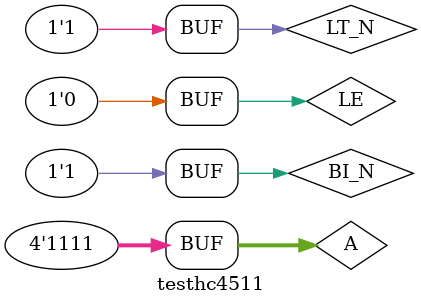
<source format=v>


`timescale 1ns/100ps

module testhc4511;

reg LE,BI_N,LT_N;
reg [3:0]A;
wire [7:0]Seg;

hc4511 u(LE,BI_N,LT_N,A,Seg);

initial
begin

LT_N=0;
#10;
LT_N=1;
BI_N=0;

#10;
LE=0;
BI_N=1;
LT_N=1;
#10;
A=4'b0001;  //1
#5;
A=4'b0101;  //5
#5;
A=4'b0011;  //3
#5;
LE=1;
#5;
A=4'b0010;  //2
#5;
LE=0;
#5;
A=4'b1110;   //14
#5;
A=4'b1111;   //15
end
initial
$monitor("LE=%b,BI_N=%b,LT_N=%b,A=%b,Seg=%b",LE,BI_N,LT_N,A,Seg);

endmodule


</source>
